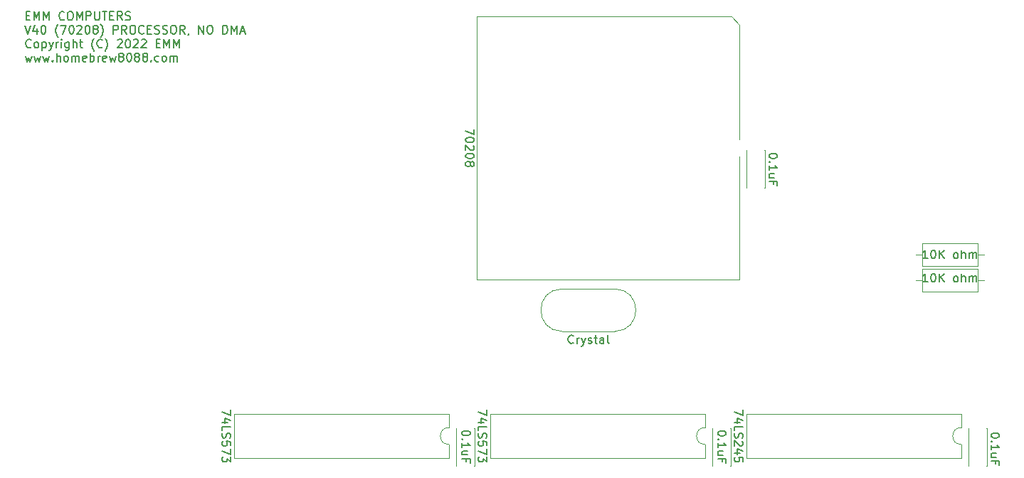
<source format=gbr>
G04 #@! TF.GenerationSoftware,KiCad,Pcbnew,(5.1.8)-1*
G04 #@! TF.CreationDate,2022-10-19T08:26:42-06:00*
G04 #@! TF.ProjectId,V40,5634302e-6b69-4636-9164-5f7063625858,rev?*
G04 #@! TF.SameCoordinates,Original*
G04 #@! TF.FileFunction,Legend,Top*
G04 #@! TF.FilePolarity,Positive*
%FSLAX46Y46*%
G04 Gerber Fmt 4.6, Leading zero omitted, Abs format (unit mm)*
G04 Created by KiCad (PCBNEW (5.1.8)-1) date 2022-10-19 08:26:42*
%MOMM*%
%LPD*%
G01*
G04 APERTURE LIST*
%ADD10C,0.150000*%
%ADD11C,0.120000*%
G04 APERTURE END LIST*
D10*
X55445975Y-60674171D02*
X55779308Y-60674171D01*
X55922165Y-61197980D02*
X55445975Y-61197980D01*
X55445975Y-60197980D01*
X55922165Y-60197980D01*
X56350737Y-61197980D02*
X56350737Y-60197980D01*
X56684070Y-60912266D01*
X57017403Y-60197980D01*
X57017403Y-61197980D01*
X57493594Y-61197980D02*
X57493594Y-60197980D01*
X57826927Y-60912266D01*
X58160260Y-60197980D01*
X58160260Y-61197980D01*
X59969784Y-61102742D02*
X59922165Y-61150361D01*
X59779308Y-61197980D01*
X59684070Y-61197980D01*
X59541213Y-61150361D01*
X59445975Y-61055123D01*
X59398356Y-60959885D01*
X59350737Y-60769409D01*
X59350737Y-60626552D01*
X59398356Y-60436076D01*
X59445975Y-60340838D01*
X59541213Y-60245600D01*
X59684070Y-60197980D01*
X59779308Y-60197980D01*
X59922165Y-60245600D01*
X59969784Y-60293219D01*
X60588832Y-60197980D02*
X60779308Y-60197980D01*
X60874546Y-60245600D01*
X60969784Y-60340838D01*
X61017403Y-60531314D01*
X61017403Y-60864647D01*
X60969784Y-61055123D01*
X60874546Y-61150361D01*
X60779308Y-61197980D01*
X60588832Y-61197980D01*
X60493594Y-61150361D01*
X60398356Y-61055123D01*
X60350737Y-60864647D01*
X60350737Y-60531314D01*
X60398356Y-60340838D01*
X60493594Y-60245600D01*
X60588832Y-60197980D01*
X61445975Y-61197980D02*
X61445975Y-60197980D01*
X61779308Y-60912266D01*
X62112641Y-60197980D01*
X62112641Y-61197980D01*
X62588832Y-61197980D02*
X62588832Y-60197980D01*
X62969784Y-60197980D01*
X63065022Y-60245600D01*
X63112641Y-60293219D01*
X63160260Y-60388457D01*
X63160260Y-60531314D01*
X63112641Y-60626552D01*
X63065022Y-60674171D01*
X62969784Y-60721790D01*
X62588832Y-60721790D01*
X63588832Y-60197980D02*
X63588832Y-61007504D01*
X63636451Y-61102742D01*
X63684070Y-61150361D01*
X63779308Y-61197980D01*
X63969784Y-61197980D01*
X64065022Y-61150361D01*
X64112641Y-61102742D01*
X64160260Y-61007504D01*
X64160260Y-60197980D01*
X64493594Y-60197980D02*
X65065022Y-60197980D01*
X64779308Y-61197980D02*
X64779308Y-60197980D01*
X65398356Y-60674171D02*
X65731689Y-60674171D01*
X65874546Y-61197980D02*
X65398356Y-61197980D01*
X65398356Y-60197980D01*
X65874546Y-60197980D01*
X66874546Y-61197980D02*
X66541213Y-60721790D01*
X66303118Y-61197980D02*
X66303118Y-60197980D01*
X66684070Y-60197980D01*
X66779308Y-60245600D01*
X66826927Y-60293219D01*
X66874546Y-60388457D01*
X66874546Y-60531314D01*
X66826927Y-60626552D01*
X66779308Y-60674171D01*
X66684070Y-60721790D01*
X66303118Y-60721790D01*
X67255499Y-61150361D02*
X67398356Y-61197980D01*
X67636451Y-61197980D01*
X67731689Y-61150361D01*
X67779308Y-61102742D01*
X67826927Y-61007504D01*
X67826927Y-60912266D01*
X67779308Y-60817028D01*
X67731689Y-60769409D01*
X67636451Y-60721790D01*
X67445975Y-60674171D01*
X67350737Y-60626552D01*
X67303118Y-60578933D01*
X67255499Y-60483695D01*
X67255499Y-60388457D01*
X67303118Y-60293219D01*
X67350737Y-60245600D01*
X67445975Y-60197980D01*
X67684070Y-60197980D01*
X67826927Y-60245600D01*
X55303118Y-61847980D02*
X55636451Y-62847980D01*
X55969784Y-61847980D01*
X56731689Y-62181314D02*
X56731689Y-62847980D01*
X56493594Y-61800361D02*
X56255499Y-62514647D01*
X56874546Y-62514647D01*
X57445975Y-61847980D02*
X57541213Y-61847980D01*
X57636451Y-61895600D01*
X57684070Y-61943219D01*
X57731689Y-62038457D01*
X57779308Y-62228933D01*
X57779308Y-62467028D01*
X57731689Y-62657504D01*
X57684070Y-62752742D01*
X57636451Y-62800361D01*
X57541213Y-62847980D01*
X57445975Y-62847980D01*
X57350737Y-62800361D01*
X57303118Y-62752742D01*
X57255499Y-62657504D01*
X57207880Y-62467028D01*
X57207880Y-62228933D01*
X57255499Y-62038457D01*
X57303118Y-61943219D01*
X57350737Y-61895600D01*
X57445975Y-61847980D01*
X59255499Y-63228933D02*
X59207880Y-63181314D01*
X59112641Y-63038457D01*
X59065022Y-62943219D01*
X59017403Y-62800361D01*
X58969784Y-62562266D01*
X58969784Y-62371790D01*
X59017403Y-62133695D01*
X59065022Y-61990838D01*
X59112641Y-61895600D01*
X59207880Y-61752742D01*
X59255499Y-61705123D01*
X59541213Y-61847980D02*
X60207880Y-61847980D01*
X59779308Y-62847980D01*
X60779308Y-61847980D02*
X60874546Y-61847980D01*
X60969784Y-61895600D01*
X61017403Y-61943219D01*
X61065022Y-62038457D01*
X61112641Y-62228933D01*
X61112641Y-62467028D01*
X61065022Y-62657504D01*
X61017403Y-62752742D01*
X60969784Y-62800361D01*
X60874546Y-62847980D01*
X60779308Y-62847980D01*
X60684070Y-62800361D01*
X60636451Y-62752742D01*
X60588832Y-62657504D01*
X60541213Y-62467028D01*
X60541213Y-62228933D01*
X60588832Y-62038457D01*
X60636451Y-61943219D01*
X60684070Y-61895600D01*
X60779308Y-61847980D01*
X61493594Y-61943219D02*
X61541213Y-61895600D01*
X61636451Y-61847980D01*
X61874546Y-61847980D01*
X61969784Y-61895600D01*
X62017403Y-61943219D01*
X62065022Y-62038457D01*
X62065022Y-62133695D01*
X62017403Y-62276552D01*
X61445975Y-62847980D01*
X62065022Y-62847980D01*
X62684070Y-61847980D02*
X62779308Y-61847980D01*
X62874546Y-61895600D01*
X62922165Y-61943219D01*
X62969784Y-62038457D01*
X63017403Y-62228933D01*
X63017403Y-62467028D01*
X62969784Y-62657504D01*
X62922165Y-62752742D01*
X62874546Y-62800361D01*
X62779308Y-62847980D01*
X62684070Y-62847980D01*
X62588832Y-62800361D01*
X62541213Y-62752742D01*
X62493594Y-62657504D01*
X62445975Y-62467028D01*
X62445975Y-62228933D01*
X62493594Y-62038457D01*
X62541213Y-61943219D01*
X62588832Y-61895600D01*
X62684070Y-61847980D01*
X63588832Y-62276552D02*
X63493594Y-62228933D01*
X63445975Y-62181314D01*
X63398356Y-62086076D01*
X63398356Y-62038457D01*
X63445975Y-61943219D01*
X63493594Y-61895600D01*
X63588832Y-61847980D01*
X63779308Y-61847980D01*
X63874546Y-61895600D01*
X63922165Y-61943219D01*
X63969784Y-62038457D01*
X63969784Y-62086076D01*
X63922165Y-62181314D01*
X63874546Y-62228933D01*
X63779308Y-62276552D01*
X63588832Y-62276552D01*
X63493594Y-62324171D01*
X63445975Y-62371790D01*
X63398356Y-62467028D01*
X63398356Y-62657504D01*
X63445975Y-62752742D01*
X63493594Y-62800361D01*
X63588832Y-62847980D01*
X63779308Y-62847980D01*
X63874546Y-62800361D01*
X63922165Y-62752742D01*
X63969784Y-62657504D01*
X63969784Y-62467028D01*
X63922165Y-62371790D01*
X63874546Y-62324171D01*
X63779308Y-62276552D01*
X64303118Y-63228933D02*
X64350737Y-63181314D01*
X64445975Y-63038457D01*
X64493594Y-62943219D01*
X64541213Y-62800361D01*
X64588832Y-62562266D01*
X64588832Y-62371790D01*
X64541213Y-62133695D01*
X64493594Y-61990838D01*
X64445975Y-61895600D01*
X64350737Y-61752742D01*
X64303118Y-61705123D01*
X65826927Y-62847980D02*
X65826927Y-61847980D01*
X66207880Y-61847980D01*
X66303118Y-61895600D01*
X66350737Y-61943219D01*
X66398356Y-62038457D01*
X66398356Y-62181314D01*
X66350737Y-62276552D01*
X66303118Y-62324171D01*
X66207880Y-62371790D01*
X65826927Y-62371790D01*
X67398356Y-62847980D02*
X67065022Y-62371790D01*
X66826927Y-62847980D02*
X66826927Y-61847980D01*
X67207880Y-61847980D01*
X67303118Y-61895600D01*
X67350737Y-61943219D01*
X67398356Y-62038457D01*
X67398356Y-62181314D01*
X67350737Y-62276552D01*
X67303118Y-62324171D01*
X67207880Y-62371790D01*
X66826927Y-62371790D01*
X68017403Y-61847980D02*
X68207880Y-61847980D01*
X68303118Y-61895600D01*
X68398356Y-61990838D01*
X68445975Y-62181314D01*
X68445975Y-62514647D01*
X68398356Y-62705123D01*
X68303118Y-62800361D01*
X68207880Y-62847980D01*
X68017403Y-62847980D01*
X67922165Y-62800361D01*
X67826927Y-62705123D01*
X67779308Y-62514647D01*
X67779308Y-62181314D01*
X67826927Y-61990838D01*
X67922165Y-61895600D01*
X68017403Y-61847980D01*
X69445975Y-62752742D02*
X69398356Y-62800361D01*
X69255499Y-62847980D01*
X69160260Y-62847980D01*
X69017403Y-62800361D01*
X68922165Y-62705123D01*
X68874546Y-62609885D01*
X68826927Y-62419409D01*
X68826927Y-62276552D01*
X68874546Y-62086076D01*
X68922165Y-61990838D01*
X69017403Y-61895600D01*
X69160260Y-61847980D01*
X69255499Y-61847980D01*
X69398356Y-61895600D01*
X69445975Y-61943219D01*
X69874546Y-62324171D02*
X70207880Y-62324171D01*
X70350737Y-62847980D02*
X69874546Y-62847980D01*
X69874546Y-61847980D01*
X70350737Y-61847980D01*
X70731689Y-62800361D02*
X70874546Y-62847980D01*
X71112641Y-62847980D01*
X71207880Y-62800361D01*
X71255499Y-62752742D01*
X71303118Y-62657504D01*
X71303118Y-62562266D01*
X71255499Y-62467028D01*
X71207880Y-62419409D01*
X71112641Y-62371790D01*
X70922165Y-62324171D01*
X70826927Y-62276552D01*
X70779308Y-62228933D01*
X70731689Y-62133695D01*
X70731689Y-62038457D01*
X70779308Y-61943219D01*
X70826927Y-61895600D01*
X70922165Y-61847980D01*
X71160260Y-61847980D01*
X71303118Y-61895600D01*
X71684070Y-62800361D02*
X71826927Y-62847980D01*
X72065022Y-62847980D01*
X72160260Y-62800361D01*
X72207880Y-62752742D01*
X72255499Y-62657504D01*
X72255499Y-62562266D01*
X72207880Y-62467028D01*
X72160260Y-62419409D01*
X72065022Y-62371790D01*
X71874546Y-62324171D01*
X71779308Y-62276552D01*
X71731689Y-62228933D01*
X71684070Y-62133695D01*
X71684070Y-62038457D01*
X71731689Y-61943219D01*
X71779308Y-61895600D01*
X71874546Y-61847980D01*
X72112641Y-61847980D01*
X72255499Y-61895600D01*
X72874546Y-61847980D02*
X73065022Y-61847980D01*
X73160260Y-61895600D01*
X73255499Y-61990838D01*
X73303118Y-62181314D01*
X73303118Y-62514647D01*
X73255499Y-62705123D01*
X73160260Y-62800361D01*
X73065022Y-62847980D01*
X72874546Y-62847980D01*
X72779308Y-62800361D01*
X72684070Y-62705123D01*
X72636451Y-62514647D01*
X72636451Y-62181314D01*
X72684070Y-61990838D01*
X72779308Y-61895600D01*
X72874546Y-61847980D01*
X74303118Y-62847980D02*
X73969784Y-62371790D01*
X73731689Y-62847980D02*
X73731689Y-61847980D01*
X74112641Y-61847980D01*
X74207880Y-61895600D01*
X74255499Y-61943219D01*
X74303118Y-62038457D01*
X74303118Y-62181314D01*
X74255499Y-62276552D01*
X74207880Y-62324171D01*
X74112641Y-62371790D01*
X73731689Y-62371790D01*
X74779308Y-62800361D02*
X74779308Y-62847980D01*
X74731689Y-62943219D01*
X74684070Y-62990838D01*
X75969784Y-62847980D02*
X75969784Y-61847980D01*
X76541213Y-62847980D01*
X76541213Y-61847980D01*
X77207880Y-61847980D02*
X77398356Y-61847980D01*
X77493594Y-61895600D01*
X77588832Y-61990838D01*
X77636451Y-62181314D01*
X77636451Y-62514647D01*
X77588832Y-62705123D01*
X77493594Y-62800361D01*
X77398356Y-62847980D01*
X77207880Y-62847980D01*
X77112641Y-62800361D01*
X77017403Y-62705123D01*
X76969784Y-62514647D01*
X76969784Y-62181314D01*
X77017403Y-61990838D01*
X77112641Y-61895600D01*
X77207880Y-61847980D01*
X78826927Y-62847980D02*
X78826927Y-61847980D01*
X79065022Y-61847980D01*
X79207880Y-61895600D01*
X79303118Y-61990838D01*
X79350737Y-62086076D01*
X79398356Y-62276552D01*
X79398356Y-62419409D01*
X79350737Y-62609885D01*
X79303118Y-62705123D01*
X79207880Y-62800361D01*
X79065022Y-62847980D01*
X78826927Y-62847980D01*
X79826927Y-62847980D02*
X79826927Y-61847980D01*
X80160260Y-62562266D01*
X80493594Y-61847980D01*
X80493594Y-62847980D01*
X80922165Y-62562266D02*
X81398356Y-62562266D01*
X80826927Y-62847980D02*
X81160260Y-61847980D01*
X81493594Y-62847980D01*
X56017403Y-64402742D02*
X55969784Y-64450361D01*
X55826927Y-64497980D01*
X55731689Y-64497980D01*
X55588832Y-64450361D01*
X55493594Y-64355123D01*
X55445975Y-64259885D01*
X55398356Y-64069409D01*
X55398356Y-63926552D01*
X55445975Y-63736076D01*
X55493594Y-63640838D01*
X55588832Y-63545600D01*
X55731689Y-63497980D01*
X55826927Y-63497980D01*
X55969784Y-63545600D01*
X56017403Y-63593219D01*
X56588832Y-64497980D02*
X56493594Y-64450361D01*
X56445975Y-64402742D01*
X56398356Y-64307504D01*
X56398356Y-64021790D01*
X56445975Y-63926552D01*
X56493594Y-63878933D01*
X56588832Y-63831314D01*
X56731689Y-63831314D01*
X56826927Y-63878933D01*
X56874546Y-63926552D01*
X56922165Y-64021790D01*
X56922165Y-64307504D01*
X56874546Y-64402742D01*
X56826927Y-64450361D01*
X56731689Y-64497980D01*
X56588832Y-64497980D01*
X57350737Y-63831314D02*
X57350737Y-64831314D01*
X57350737Y-63878933D02*
X57445975Y-63831314D01*
X57636451Y-63831314D01*
X57731689Y-63878933D01*
X57779308Y-63926552D01*
X57826927Y-64021790D01*
X57826927Y-64307504D01*
X57779308Y-64402742D01*
X57731689Y-64450361D01*
X57636451Y-64497980D01*
X57445975Y-64497980D01*
X57350737Y-64450361D01*
X58160260Y-63831314D02*
X58398356Y-64497980D01*
X58636451Y-63831314D02*
X58398356Y-64497980D01*
X58303118Y-64736076D01*
X58255499Y-64783695D01*
X58160260Y-64831314D01*
X59017403Y-64497980D02*
X59017403Y-63831314D01*
X59017403Y-64021790D02*
X59065022Y-63926552D01*
X59112641Y-63878933D01*
X59207880Y-63831314D01*
X59303118Y-63831314D01*
X59636451Y-64497980D02*
X59636451Y-63831314D01*
X59636451Y-63497980D02*
X59588832Y-63545600D01*
X59636451Y-63593219D01*
X59684070Y-63545600D01*
X59636451Y-63497980D01*
X59636451Y-63593219D01*
X60541213Y-63831314D02*
X60541213Y-64640838D01*
X60493594Y-64736076D01*
X60445975Y-64783695D01*
X60350737Y-64831314D01*
X60207880Y-64831314D01*
X60112641Y-64783695D01*
X60541213Y-64450361D02*
X60445975Y-64497980D01*
X60255499Y-64497980D01*
X60160260Y-64450361D01*
X60112641Y-64402742D01*
X60065022Y-64307504D01*
X60065022Y-64021790D01*
X60112641Y-63926552D01*
X60160260Y-63878933D01*
X60255499Y-63831314D01*
X60445975Y-63831314D01*
X60541213Y-63878933D01*
X61017403Y-64497980D02*
X61017403Y-63497980D01*
X61445975Y-64497980D02*
X61445975Y-63974171D01*
X61398356Y-63878933D01*
X61303118Y-63831314D01*
X61160260Y-63831314D01*
X61065022Y-63878933D01*
X61017403Y-63926552D01*
X61779308Y-63831314D02*
X62160260Y-63831314D01*
X61922165Y-63497980D02*
X61922165Y-64355123D01*
X61969784Y-64450361D01*
X62065022Y-64497980D01*
X62160260Y-64497980D01*
X63541213Y-64878933D02*
X63493594Y-64831314D01*
X63398356Y-64688457D01*
X63350737Y-64593219D01*
X63303118Y-64450361D01*
X63255499Y-64212266D01*
X63255499Y-64021790D01*
X63303118Y-63783695D01*
X63350737Y-63640838D01*
X63398356Y-63545600D01*
X63493594Y-63402742D01*
X63541213Y-63355123D01*
X64493594Y-64402742D02*
X64445975Y-64450361D01*
X64303118Y-64497980D01*
X64207880Y-64497980D01*
X64065022Y-64450361D01*
X63969784Y-64355123D01*
X63922165Y-64259885D01*
X63874546Y-64069409D01*
X63874546Y-63926552D01*
X63922165Y-63736076D01*
X63969784Y-63640838D01*
X64065022Y-63545600D01*
X64207880Y-63497980D01*
X64303118Y-63497980D01*
X64445975Y-63545600D01*
X64493594Y-63593219D01*
X64826927Y-64878933D02*
X64874546Y-64831314D01*
X64969784Y-64688457D01*
X65017403Y-64593219D01*
X65065022Y-64450361D01*
X65112641Y-64212266D01*
X65112641Y-64021790D01*
X65065022Y-63783695D01*
X65017403Y-63640838D01*
X64969784Y-63545600D01*
X64874546Y-63402742D01*
X64826927Y-63355123D01*
X66303118Y-63593219D02*
X66350737Y-63545600D01*
X66445975Y-63497980D01*
X66684070Y-63497980D01*
X66779308Y-63545600D01*
X66826927Y-63593219D01*
X66874546Y-63688457D01*
X66874546Y-63783695D01*
X66826927Y-63926552D01*
X66255499Y-64497980D01*
X66874546Y-64497980D01*
X67493594Y-63497980D02*
X67588832Y-63497980D01*
X67684070Y-63545600D01*
X67731689Y-63593219D01*
X67779308Y-63688457D01*
X67826927Y-63878933D01*
X67826927Y-64117028D01*
X67779308Y-64307504D01*
X67731689Y-64402742D01*
X67684070Y-64450361D01*
X67588832Y-64497980D01*
X67493594Y-64497980D01*
X67398356Y-64450361D01*
X67350737Y-64402742D01*
X67303118Y-64307504D01*
X67255499Y-64117028D01*
X67255499Y-63878933D01*
X67303118Y-63688457D01*
X67350737Y-63593219D01*
X67398356Y-63545600D01*
X67493594Y-63497980D01*
X68207880Y-63593219D02*
X68255499Y-63545600D01*
X68350737Y-63497980D01*
X68588832Y-63497980D01*
X68684070Y-63545600D01*
X68731689Y-63593219D01*
X68779308Y-63688457D01*
X68779308Y-63783695D01*
X68731689Y-63926552D01*
X68160260Y-64497980D01*
X68779308Y-64497980D01*
X69160260Y-63593219D02*
X69207880Y-63545600D01*
X69303118Y-63497980D01*
X69541213Y-63497980D01*
X69636451Y-63545600D01*
X69684070Y-63593219D01*
X69731689Y-63688457D01*
X69731689Y-63783695D01*
X69684070Y-63926552D01*
X69112641Y-64497980D01*
X69731689Y-64497980D01*
X70922165Y-63974171D02*
X71255499Y-63974171D01*
X71398356Y-64497980D02*
X70922165Y-64497980D01*
X70922165Y-63497980D01*
X71398356Y-63497980D01*
X71826927Y-64497980D02*
X71826927Y-63497980D01*
X72160260Y-64212266D01*
X72493594Y-63497980D01*
X72493594Y-64497980D01*
X72969784Y-64497980D02*
X72969784Y-63497980D01*
X73303118Y-64212266D01*
X73636451Y-63497980D01*
X73636451Y-64497980D01*
X55350737Y-65481314D02*
X55541213Y-66147980D01*
X55731689Y-65671790D01*
X55922165Y-66147980D01*
X56112641Y-65481314D01*
X56398356Y-65481314D02*
X56588832Y-66147980D01*
X56779308Y-65671790D01*
X56969784Y-66147980D01*
X57160260Y-65481314D01*
X57445975Y-65481314D02*
X57636451Y-66147980D01*
X57826927Y-65671790D01*
X58017403Y-66147980D01*
X58207880Y-65481314D01*
X58588832Y-66052742D02*
X58636451Y-66100361D01*
X58588832Y-66147980D01*
X58541213Y-66100361D01*
X58588832Y-66052742D01*
X58588832Y-66147980D01*
X59065022Y-66147980D02*
X59065022Y-65147980D01*
X59493594Y-66147980D02*
X59493594Y-65624171D01*
X59445975Y-65528933D01*
X59350737Y-65481314D01*
X59207880Y-65481314D01*
X59112641Y-65528933D01*
X59065022Y-65576552D01*
X60112641Y-66147980D02*
X60017403Y-66100361D01*
X59969784Y-66052742D01*
X59922165Y-65957504D01*
X59922165Y-65671790D01*
X59969784Y-65576552D01*
X60017403Y-65528933D01*
X60112641Y-65481314D01*
X60255499Y-65481314D01*
X60350737Y-65528933D01*
X60398356Y-65576552D01*
X60445975Y-65671790D01*
X60445975Y-65957504D01*
X60398356Y-66052742D01*
X60350737Y-66100361D01*
X60255499Y-66147980D01*
X60112641Y-66147980D01*
X60874546Y-66147980D02*
X60874546Y-65481314D01*
X60874546Y-65576552D02*
X60922165Y-65528933D01*
X61017403Y-65481314D01*
X61160260Y-65481314D01*
X61255499Y-65528933D01*
X61303118Y-65624171D01*
X61303118Y-66147980D01*
X61303118Y-65624171D02*
X61350737Y-65528933D01*
X61445975Y-65481314D01*
X61588832Y-65481314D01*
X61684070Y-65528933D01*
X61731689Y-65624171D01*
X61731689Y-66147980D01*
X62588832Y-66100361D02*
X62493594Y-66147980D01*
X62303118Y-66147980D01*
X62207880Y-66100361D01*
X62160260Y-66005123D01*
X62160260Y-65624171D01*
X62207880Y-65528933D01*
X62303118Y-65481314D01*
X62493594Y-65481314D01*
X62588832Y-65528933D01*
X62636451Y-65624171D01*
X62636451Y-65719409D01*
X62160260Y-65814647D01*
X63065022Y-66147980D02*
X63065022Y-65147980D01*
X63065022Y-65528933D02*
X63160260Y-65481314D01*
X63350737Y-65481314D01*
X63445975Y-65528933D01*
X63493594Y-65576552D01*
X63541213Y-65671790D01*
X63541213Y-65957504D01*
X63493594Y-66052742D01*
X63445975Y-66100361D01*
X63350737Y-66147980D01*
X63160260Y-66147980D01*
X63065022Y-66100361D01*
X63969784Y-66147980D02*
X63969784Y-65481314D01*
X63969784Y-65671790D02*
X64017403Y-65576552D01*
X64065022Y-65528933D01*
X64160260Y-65481314D01*
X64255499Y-65481314D01*
X64969784Y-66100361D02*
X64874546Y-66147980D01*
X64684070Y-66147980D01*
X64588832Y-66100361D01*
X64541213Y-66005123D01*
X64541213Y-65624171D01*
X64588832Y-65528933D01*
X64684070Y-65481314D01*
X64874546Y-65481314D01*
X64969784Y-65528933D01*
X65017403Y-65624171D01*
X65017403Y-65719409D01*
X64541213Y-65814647D01*
X65350737Y-65481314D02*
X65541213Y-66147980D01*
X65731689Y-65671790D01*
X65922165Y-66147980D01*
X66112641Y-65481314D01*
X66636451Y-65576552D02*
X66541213Y-65528933D01*
X66493594Y-65481314D01*
X66445975Y-65386076D01*
X66445975Y-65338457D01*
X66493594Y-65243219D01*
X66541213Y-65195600D01*
X66636451Y-65147980D01*
X66826927Y-65147980D01*
X66922165Y-65195600D01*
X66969784Y-65243219D01*
X67017403Y-65338457D01*
X67017403Y-65386076D01*
X66969784Y-65481314D01*
X66922165Y-65528933D01*
X66826927Y-65576552D01*
X66636451Y-65576552D01*
X66541213Y-65624171D01*
X66493594Y-65671790D01*
X66445975Y-65767028D01*
X66445975Y-65957504D01*
X66493594Y-66052742D01*
X66541213Y-66100361D01*
X66636451Y-66147980D01*
X66826927Y-66147980D01*
X66922165Y-66100361D01*
X66969784Y-66052742D01*
X67017403Y-65957504D01*
X67017403Y-65767028D01*
X66969784Y-65671790D01*
X66922165Y-65624171D01*
X66826927Y-65576552D01*
X67636451Y-65147980D02*
X67731689Y-65147980D01*
X67826927Y-65195600D01*
X67874546Y-65243219D01*
X67922165Y-65338457D01*
X67969784Y-65528933D01*
X67969784Y-65767028D01*
X67922165Y-65957504D01*
X67874546Y-66052742D01*
X67826927Y-66100361D01*
X67731689Y-66147980D01*
X67636451Y-66147980D01*
X67541213Y-66100361D01*
X67493594Y-66052742D01*
X67445975Y-65957504D01*
X67398356Y-65767028D01*
X67398356Y-65528933D01*
X67445975Y-65338457D01*
X67493594Y-65243219D01*
X67541213Y-65195600D01*
X67636451Y-65147980D01*
X68541213Y-65576552D02*
X68445975Y-65528933D01*
X68398356Y-65481314D01*
X68350737Y-65386076D01*
X68350737Y-65338457D01*
X68398356Y-65243219D01*
X68445975Y-65195600D01*
X68541213Y-65147980D01*
X68731689Y-65147980D01*
X68826927Y-65195600D01*
X68874546Y-65243219D01*
X68922165Y-65338457D01*
X68922165Y-65386076D01*
X68874546Y-65481314D01*
X68826927Y-65528933D01*
X68731689Y-65576552D01*
X68541213Y-65576552D01*
X68445975Y-65624171D01*
X68398356Y-65671790D01*
X68350737Y-65767028D01*
X68350737Y-65957504D01*
X68398356Y-66052742D01*
X68445975Y-66100361D01*
X68541213Y-66147980D01*
X68731689Y-66147980D01*
X68826927Y-66100361D01*
X68874546Y-66052742D01*
X68922165Y-65957504D01*
X68922165Y-65767028D01*
X68874546Y-65671790D01*
X68826927Y-65624171D01*
X68731689Y-65576552D01*
X69493594Y-65576552D02*
X69398356Y-65528933D01*
X69350737Y-65481314D01*
X69303118Y-65386076D01*
X69303118Y-65338457D01*
X69350737Y-65243219D01*
X69398356Y-65195600D01*
X69493594Y-65147980D01*
X69684070Y-65147980D01*
X69779308Y-65195600D01*
X69826927Y-65243219D01*
X69874546Y-65338457D01*
X69874546Y-65386076D01*
X69826927Y-65481314D01*
X69779308Y-65528933D01*
X69684070Y-65576552D01*
X69493594Y-65576552D01*
X69398356Y-65624171D01*
X69350737Y-65671790D01*
X69303118Y-65767028D01*
X69303118Y-65957504D01*
X69350737Y-66052742D01*
X69398356Y-66100361D01*
X69493594Y-66147980D01*
X69684070Y-66147980D01*
X69779308Y-66100361D01*
X69826927Y-66052742D01*
X69874546Y-65957504D01*
X69874546Y-65767028D01*
X69826927Y-65671790D01*
X69779308Y-65624171D01*
X69684070Y-65576552D01*
X70303118Y-66052742D02*
X70350737Y-66100361D01*
X70303118Y-66147980D01*
X70255499Y-66100361D01*
X70303118Y-66052742D01*
X70303118Y-66147980D01*
X71207880Y-66100361D02*
X71112641Y-66147980D01*
X70922165Y-66147980D01*
X70826927Y-66100361D01*
X70779308Y-66052742D01*
X70731689Y-65957504D01*
X70731689Y-65671790D01*
X70779308Y-65576552D01*
X70826927Y-65528933D01*
X70922165Y-65481314D01*
X71112641Y-65481314D01*
X71207880Y-65528933D01*
X71779308Y-66147980D02*
X71684070Y-66100361D01*
X71636451Y-66052742D01*
X71588832Y-65957504D01*
X71588832Y-65671790D01*
X71636451Y-65576552D01*
X71684070Y-65528933D01*
X71779308Y-65481314D01*
X71922165Y-65481314D01*
X72017403Y-65528933D01*
X72065022Y-65576552D01*
X72112641Y-65671790D01*
X72112641Y-65957504D01*
X72065022Y-66052742D01*
X72017403Y-66100361D01*
X71922165Y-66147980D01*
X71779308Y-66147980D01*
X72541213Y-66147980D02*
X72541213Y-65481314D01*
X72541213Y-65576552D02*
X72588832Y-65528933D01*
X72684070Y-65481314D01*
X72826927Y-65481314D01*
X72922165Y-65528933D01*
X72969784Y-65624171D01*
X72969784Y-66147980D01*
X72969784Y-65624171D02*
X73017403Y-65528933D01*
X73112641Y-65481314D01*
X73255499Y-65481314D01*
X73350737Y-65528933D01*
X73398356Y-65624171D01*
X73398356Y-66147980D01*
D11*
G04 #@! TO.C,R1*
X162076380Y-90806600D02*
X162076380Y-93546600D01*
X162076380Y-93546600D02*
X168616380Y-93546600D01*
X168616380Y-93546600D02*
X168616380Y-90806600D01*
X168616380Y-90806600D02*
X162076380Y-90806600D01*
X161306380Y-92176600D02*
X162076380Y-92176600D01*
X169386380Y-92176600D02*
X168616380Y-92176600D01*
G04 #@! TO.C,Y1*
X119205380Y-93207600D02*
X125455380Y-93207600D01*
X119205380Y-98257600D02*
X125455380Y-98257600D01*
X125455380Y-98257600D02*
G75*
G03*
X125455380Y-93207600I0J2525000D01*
G01*
X119205380Y-98257600D02*
G75*
G02*
X119205380Y-93207600I0J2525000D01*
G01*
G04 #@! TO.C,R2*
X162076380Y-87758600D02*
X162076380Y-90498600D01*
X162076380Y-90498600D02*
X168616380Y-90498600D01*
X168616380Y-90498600D02*
X168616380Y-87758600D01*
X168616380Y-87758600D02*
X162076380Y-87758600D01*
X161306380Y-89128600D02*
X162076380Y-89128600D01*
X169386380Y-89128600D02*
X168616380Y-89128600D01*
G04 #@! TO.C,U4*
X166676380Y-109718600D02*
X166676380Y-108068600D01*
X166676380Y-108068600D02*
X141156380Y-108068600D01*
X141156380Y-108068600D02*
X141156380Y-113368600D01*
X141156380Y-113368600D02*
X166676380Y-113368600D01*
X166676380Y-113368600D02*
X166676380Y-111718600D01*
X166676380Y-111718600D02*
G75*
G02*
X166676380Y-109718600I0J1000000D01*
G01*
G04 #@! TO.C,U3*
X136196380Y-109718600D02*
X136196380Y-108068600D01*
X136196380Y-108068600D02*
X110676380Y-108068600D01*
X110676380Y-108068600D02*
X110676380Y-113368600D01*
X110676380Y-113368600D02*
X136196380Y-113368600D01*
X136196380Y-113368600D02*
X136196380Y-111718600D01*
X136196380Y-111718600D02*
G75*
G02*
X136196380Y-109718600I0J1000000D01*
G01*
G04 #@! TO.C,U2*
X105716380Y-109718600D02*
X105716380Y-108068600D01*
X105716380Y-108068600D02*
X80196380Y-108068600D01*
X80196380Y-108068600D02*
X80196380Y-113368600D01*
X80196380Y-113368600D02*
X105716380Y-113368600D01*
X105716380Y-113368600D02*
X105716380Y-111718600D01*
X105716380Y-111718600D02*
G75*
G02*
X105716380Y-109718600I0J1000000D01*
G01*
G04 #@! TO.C,U1*
X140331380Y-75428600D02*
X140331380Y-61803600D01*
X140331380Y-61803600D02*
X139331380Y-60803600D01*
X139331380Y-60803600D02*
X109081380Y-60803600D01*
X109081380Y-60803600D02*
X109081380Y-92053600D01*
X109081380Y-92053600D02*
X140331380Y-92053600D01*
X140331380Y-92053600D02*
X140331380Y-77428600D01*
G04 #@! TO.C,C4*
X169718380Y-109758600D02*
X169718380Y-114298600D01*
X167578380Y-109758600D02*
X167578380Y-114298600D01*
X169718380Y-109758600D02*
X169703380Y-109758600D01*
X167593380Y-109758600D02*
X167578380Y-109758600D01*
X169718380Y-114298600D02*
X169703380Y-114298600D01*
X167593380Y-114298600D02*
X167578380Y-114298600D01*
G04 #@! TO.C,C3*
X139238380Y-109758600D02*
X139238380Y-114298600D01*
X137098380Y-109758600D02*
X137098380Y-114298600D01*
X139238380Y-109758600D02*
X139223380Y-109758600D01*
X137113380Y-109758600D02*
X137098380Y-109758600D01*
X139238380Y-114298600D02*
X139223380Y-114298600D01*
X137113380Y-114298600D02*
X137098380Y-114298600D01*
G04 #@! TO.C,C2*
X108758380Y-109758600D02*
X108758380Y-114298600D01*
X106618380Y-109758600D02*
X106618380Y-114298600D01*
X108758380Y-109758600D02*
X108743380Y-109758600D01*
X106633380Y-109758600D02*
X106618380Y-109758600D01*
X108758380Y-114298600D02*
X108743380Y-114298600D01*
X106633380Y-114298600D02*
X106618380Y-114298600D01*
G04 #@! TO.C,C1*
X141162380Y-81198600D02*
X141162380Y-76658600D01*
X143302380Y-81198600D02*
X143302380Y-76658600D01*
X141162380Y-81198600D02*
X141177380Y-81198600D01*
X143287380Y-81198600D02*
X143302380Y-81198600D01*
X141162380Y-76658600D02*
X141177380Y-76658600D01*
X143287380Y-76658600D02*
X143302380Y-76658600D01*
G04 #@! TO.C,R1*
D10*
X162703522Y-92374980D02*
X162132094Y-92374980D01*
X162417808Y-92374980D02*
X162417808Y-91374980D01*
X162322570Y-91517838D01*
X162227332Y-91613076D01*
X162132094Y-91660695D01*
X163322570Y-91374980D02*
X163417808Y-91374980D01*
X163513046Y-91422600D01*
X163560665Y-91470219D01*
X163608284Y-91565457D01*
X163655903Y-91755933D01*
X163655903Y-91994028D01*
X163608284Y-92184504D01*
X163560665Y-92279742D01*
X163513046Y-92327361D01*
X163417808Y-92374980D01*
X163322570Y-92374980D01*
X163227332Y-92327361D01*
X163179713Y-92279742D01*
X163132094Y-92184504D01*
X163084475Y-91994028D01*
X163084475Y-91755933D01*
X163132094Y-91565457D01*
X163179713Y-91470219D01*
X163227332Y-91422600D01*
X163322570Y-91374980D01*
X164084475Y-92374980D02*
X164084475Y-91374980D01*
X164655903Y-92374980D02*
X164227332Y-91803552D01*
X164655903Y-91374980D02*
X164084475Y-91946409D01*
X165989237Y-92374980D02*
X165893999Y-92327361D01*
X165846380Y-92279742D01*
X165798760Y-92184504D01*
X165798760Y-91898790D01*
X165846380Y-91803552D01*
X165893999Y-91755933D01*
X165989237Y-91708314D01*
X166132094Y-91708314D01*
X166227332Y-91755933D01*
X166274951Y-91803552D01*
X166322570Y-91898790D01*
X166322570Y-92184504D01*
X166274951Y-92279742D01*
X166227332Y-92327361D01*
X166132094Y-92374980D01*
X165989237Y-92374980D01*
X166751141Y-92374980D02*
X166751141Y-91374980D01*
X167179713Y-92374980D02*
X167179713Y-91851171D01*
X167132094Y-91755933D01*
X167036856Y-91708314D01*
X166893999Y-91708314D01*
X166798760Y-91755933D01*
X166751141Y-91803552D01*
X167655903Y-92374980D02*
X167655903Y-91708314D01*
X167655903Y-91803552D02*
X167703522Y-91755933D01*
X167798760Y-91708314D01*
X167941618Y-91708314D01*
X168036856Y-91755933D01*
X168084475Y-91851171D01*
X168084475Y-92374980D01*
X168084475Y-91851171D02*
X168132094Y-91755933D01*
X168227332Y-91708314D01*
X168370189Y-91708314D01*
X168465427Y-91755933D01*
X168513046Y-91851171D01*
X168513046Y-92374980D01*
G04 #@! TO.C,Y1*
X120544665Y-99614742D02*
X120497046Y-99662361D01*
X120354189Y-99709980D01*
X120258951Y-99709980D01*
X120116094Y-99662361D01*
X120020856Y-99567123D01*
X119973237Y-99471885D01*
X119925618Y-99281409D01*
X119925618Y-99138552D01*
X119973237Y-98948076D01*
X120020856Y-98852838D01*
X120116094Y-98757600D01*
X120258951Y-98709980D01*
X120354189Y-98709980D01*
X120497046Y-98757600D01*
X120544665Y-98805219D01*
X120973237Y-99709980D02*
X120973237Y-99043314D01*
X120973237Y-99233790D02*
X121020856Y-99138552D01*
X121068475Y-99090933D01*
X121163713Y-99043314D01*
X121258951Y-99043314D01*
X121497046Y-99043314D02*
X121735141Y-99709980D01*
X121973237Y-99043314D02*
X121735141Y-99709980D01*
X121639903Y-99948076D01*
X121592284Y-99995695D01*
X121497046Y-100043314D01*
X122306570Y-99662361D02*
X122401808Y-99709980D01*
X122592284Y-99709980D01*
X122687522Y-99662361D01*
X122735141Y-99567123D01*
X122735141Y-99519504D01*
X122687522Y-99424266D01*
X122592284Y-99376647D01*
X122449427Y-99376647D01*
X122354189Y-99329028D01*
X122306570Y-99233790D01*
X122306570Y-99186171D01*
X122354189Y-99090933D01*
X122449427Y-99043314D01*
X122592284Y-99043314D01*
X122687522Y-99090933D01*
X123020856Y-99043314D02*
X123401808Y-99043314D01*
X123163713Y-98709980D02*
X123163713Y-99567123D01*
X123211332Y-99662361D01*
X123306570Y-99709980D01*
X123401808Y-99709980D01*
X124163713Y-99709980D02*
X124163713Y-99186171D01*
X124116094Y-99090933D01*
X124020856Y-99043314D01*
X123830380Y-99043314D01*
X123735141Y-99090933D01*
X124163713Y-99662361D02*
X124068475Y-99709980D01*
X123830380Y-99709980D01*
X123735141Y-99662361D01*
X123687522Y-99567123D01*
X123687522Y-99471885D01*
X123735141Y-99376647D01*
X123830380Y-99329028D01*
X124068475Y-99329028D01*
X124163713Y-99281409D01*
X124782760Y-99709980D02*
X124687522Y-99662361D01*
X124639903Y-99567123D01*
X124639903Y-98709980D01*
G04 #@! TO.C,R2*
X162703522Y-89580980D02*
X162132094Y-89580980D01*
X162417808Y-89580980D02*
X162417808Y-88580980D01*
X162322570Y-88723838D01*
X162227332Y-88819076D01*
X162132094Y-88866695D01*
X163322570Y-88580980D02*
X163417808Y-88580980D01*
X163513046Y-88628600D01*
X163560665Y-88676219D01*
X163608284Y-88771457D01*
X163655903Y-88961933D01*
X163655903Y-89200028D01*
X163608284Y-89390504D01*
X163560665Y-89485742D01*
X163513046Y-89533361D01*
X163417808Y-89580980D01*
X163322570Y-89580980D01*
X163227332Y-89533361D01*
X163179713Y-89485742D01*
X163132094Y-89390504D01*
X163084475Y-89200028D01*
X163084475Y-88961933D01*
X163132094Y-88771457D01*
X163179713Y-88676219D01*
X163227332Y-88628600D01*
X163322570Y-88580980D01*
X164084475Y-89580980D02*
X164084475Y-88580980D01*
X164655903Y-89580980D02*
X164227332Y-89009552D01*
X164655903Y-88580980D02*
X164084475Y-89152409D01*
X165989237Y-89580980D02*
X165893999Y-89533361D01*
X165846380Y-89485742D01*
X165798760Y-89390504D01*
X165798760Y-89104790D01*
X165846380Y-89009552D01*
X165893999Y-88961933D01*
X165989237Y-88914314D01*
X166132094Y-88914314D01*
X166227332Y-88961933D01*
X166274951Y-89009552D01*
X166322570Y-89104790D01*
X166322570Y-89390504D01*
X166274951Y-89485742D01*
X166227332Y-89533361D01*
X166132094Y-89580980D01*
X165989237Y-89580980D01*
X166751141Y-89580980D02*
X166751141Y-88580980D01*
X167179713Y-89580980D02*
X167179713Y-89057171D01*
X167132094Y-88961933D01*
X167036856Y-88914314D01*
X166893999Y-88914314D01*
X166798760Y-88961933D01*
X166751141Y-89009552D01*
X167655903Y-89580980D02*
X167655903Y-88914314D01*
X167655903Y-89009552D02*
X167703522Y-88961933D01*
X167798760Y-88914314D01*
X167941618Y-88914314D01*
X168036856Y-88961933D01*
X168084475Y-89057171D01*
X168084475Y-89580980D01*
X168084475Y-89057171D02*
X168132094Y-88961933D01*
X168227332Y-88914314D01*
X168370189Y-88914314D01*
X168465427Y-88961933D01*
X168513046Y-89057171D01*
X168513046Y-89580980D01*
G04 #@! TO.C,U4*
X140703999Y-107599552D02*
X140703999Y-108266219D01*
X139703999Y-107837647D01*
X140370665Y-109075742D02*
X139703999Y-109075742D01*
X140751618Y-108837647D02*
X140037332Y-108599552D01*
X140037332Y-109218600D01*
X139703999Y-110075742D02*
X139703999Y-109599552D01*
X140703999Y-109599552D01*
X139751618Y-110361457D02*
X139703999Y-110504314D01*
X139703999Y-110742409D01*
X139751618Y-110837647D01*
X139799237Y-110885266D01*
X139894475Y-110932885D01*
X139989713Y-110932885D01*
X140084951Y-110885266D01*
X140132570Y-110837647D01*
X140180189Y-110742409D01*
X140227808Y-110551933D01*
X140275427Y-110456695D01*
X140323046Y-110409076D01*
X140418284Y-110361457D01*
X140513522Y-110361457D01*
X140608760Y-110409076D01*
X140656380Y-110456695D01*
X140703999Y-110551933D01*
X140703999Y-110790028D01*
X140656380Y-110932885D01*
X140608760Y-111313838D02*
X140656380Y-111361457D01*
X140703999Y-111456695D01*
X140703999Y-111694790D01*
X140656380Y-111790028D01*
X140608760Y-111837647D01*
X140513522Y-111885266D01*
X140418284Y-111885266D01*
X140275427Y-111837647D01*
X139703999Y-111266219D01*
X139703999Y-111885266D01*
X140370665Y-112742409D02*
X139703999Y-112742409D01*
X140751618Y-112504314D02*
X140037332Y-112266219D01*
X140037332Y-112885266D01*
X140703999Y-113742409D02*
X140703999Y-113266219D01*
X140227808Y-113218600D01*
X140275427Y-113266219D01*
X140323046Y-113361457D01*
X140323046Y-113599552D01*
X140275427Y-113694790D01*
X140227808Y-113742409D01*
X140132570Y-113790028D01*
X139894475Y-113790028D01*
X139799237Y-113742409D01*
X139751618Y-113694790D01*
X139703999Y-113599552D01*
X139703999Y-113361457D01*
X139751618Y-113266219D01*
X139799237Y-113218600D01*
G04 #@! TO.C,U3*
X110223999Y-107599552D02*
X110223999Y-108266219D01*
X109223999Y-107837647D01*
X109890665Y-109075742D02*
X109223999Y-109075742D01*
X110271618Y-108837647D02*
X109557332Y-108599552D01*
X109557332Y-109218600D01*
X109223999Y-110075742D02*
X109223999Y-109599552D01*
X110223999Y-109599552D01*
X109271618Y-110361457D02*
X109223999Y-110504314D01*
X109223999Y-110742409D01*
X109271618Y-110837647D01*
X109319237Y-110885266D01*
X109414475Y-110932885D01*
X109509713Y-110932885D01*
X109604951Y-110885266D01*
X109652570Y-110837647D01*
X109700189Y-110742409D01*
X109747808Y-110551933D01*
X109795427Y-110456695D01*
X109843046Y-110409076D01*
X109938284Y-110361457D01*
X110033522Y-110361457D01*
X110128760Y-110409076D01*
X110176380Y-110456695D01*
X110223999Y-110551933D01*
X110223999Y-110790028D01*
X110176380Y-110932885D01*
X110223999Y-111837647D02*
X110223999Y-111361457D01*
X109747808Y-111313838D01*
X109795427Y-111361457D01*
X109843046Y-111456695D01*
X109843046Y-111694790D01*
X109795427Y-111790028D01*
X109747808Y-111837647D01*
X109652570Y-111885266D01*
X109414475Y-111885266D01*
X109319237Y-111837647D01*
X109271618Y-111790028D01*
X109223999Y-111694790D01*
X109223999Y-111456695D01*
X109271618Y-111361457D01*
X109319237Y-111313838D01*
X110223999Y-112218600D02*
X110223999Y-112885266D01*
X109223999Y-112456695D01*
X110223999Y-113170980D02*
X110223999Y-113790028D01*
X109843046Y-113456695D01*
X109843046Y-113599552D01*
X109795427Y-113694790D01*
X109747808Y-113742409D01*
X109652570Y-113790028D01*
X109414475Y-113790028D01*
X109319237Y-113742409D01*
X109271618Y-113694790D01*
X109223999Y-113599552D01*
X109223999Y-113313838D01*
X109271618Y-113218600D01*
X109319237Y-113170980D01*
G04 #@! TO.C,U2*
X79743999Y-107599552D02*
X79743999Y-108266219D01*
X78743999Y-107837647D01*
X79410665Y-109075742D02*
X78743999Y-109075742D01*
X79791618Y-108837647D02*
X79077332Y-108599552D01*
X79077332Y-109218600D01*
X78743999Y-110075742D02*
X78743999Y-109599552D01*
X79743999Y-109599552D01*
X78791618Y-110361457D02*
X78743999Y-110504314D01*
X78743999Y-110742409D01*
X78791618Y-110837647D01*
X78839237Y-110885266D01*
X78934475Y-110932885D01*
X79029713Y-110932885D01*
X79124951Y-110885266D01*
X79172570Y-110837647D01*
X79220189Y-110742409D01*
X79267808Y-110551933D01*
X79315427Y-110456695D01*
X79363046Y-110409076D01*
X79458284Y-110361457D01*
X79553522Y-110361457D01*
X79648760Y-110409076D01*
X79696380Y-110456695D01*
X79743999Y-110551933D01*
X79743999Y-110790028D01*
X79696380Y-110932885D01*
X79743999Y-111837647D02*
X79743999Y-111361457D01*
X79267808Y-111313838D01*
X79315427Y-111361457D01*
X79363046Y-111456695D01*
X79363046Y-111694790D01*
X79315427Y-111790028D01*
X79267808Y-111837647D01*
X79172570Y-111885266D01*
X78934475Y-111885266D01*
X78839237Y-111837647D01*
X78791618Y-111790028D01*
X78743999Y-111694790D01*
X78743999Y-111456695D01*
X78791618Y-111361457D01*
X78839237Y-111313838D01*
X79743999Y-112218600D02*
X79743999Y-112885266D01*
X78743999Y-112456695D01*
X79743999Y-113170980D02*
X79743999Y-113790028D01*
X79363046Y-113456695D01*
X79363046Y-113599552D01*
X79315427Y-113694790D01*
X79267808Y-113742409D01*
X79172570Y-113790028D01*
X78934475Y-113790028D01*
X78839237Y-113742409D01*
X78791618Y-113694790D01*
X78743999Y-113599552D01*
X78743999Y-113313838D01*
X78791618Y-113218600D01*
X78839237Y-113170980D01*
G04 #@! TO.C,U1*
X108728999Y-74190504D02*
X108728999Y-74857171D01*
X107728999Y-74428600D01*
X108728999Y-75428600D02*
X108728999Y-75523838D01*
X108681380Y-75619076D01*
X108633760Y-75666695D01*
X108538522Y-75714314D01*
X108348046Y-75761933D01*
X108109951Y-75761933D01*
X107919475Y-75714314D01*
X107824237Y-75666695D01*
X107776618Y-75619076D01*
X107728999Y-75523838D01*
X107728999Y-75428600D01*
X107776618Y-75333361D01*
X107824237Y-75285742D01*
X107919475Y-75238123D01*
X108109951Y-75190504D01*
X108348046Y-75190504D01*
X108538522Y-75238123D01*
X108633760Y-75285742D01*
X108681380Y-75333361D01*
X108728999Y-75428600D01*
X108633760Y-76142885D02*
X108681380Y-76190504D01*
X108728999Y-76285742D01*
X108728999Y-76523838D01*
X108681380Y-76619076D01*
X108633760Y-76666695D01*
X108538522Y-76714314D01*
X108443284Y-76714314D01*
X108300427Y-76666695D01*
X107728999Y-76095266D01*
X107728999Y-76714314D01*
X108728999Y-77333361D02*
X108728999Y-77428600D01*
X108681380Y-77523838D01*
X108633760Y-77571457D01*
X108538522Y-77619076D01*
X108348046Y-77666695D01*
X108109951Y-77666695D01*
X107919475Y-77619076D01*
X107824237Y-77571457D01*
X107776618Y-77523838D01*
X107728999Y-77428600D01*
X107728999Y-77333361D01*
X107776618Y-77238123D01*
X107824237Y-77190504D01*
X107919475Y-77142885D01*
X108109951Y-77095266D01*
X108348046Y-77095266D01*
X108538522Y-77142885D01*
X108633760Y-77190504D01*
X108681380Y-77238123D01*
X108728999Y-77333361D01*
X108300427Y-78238123D02*
X108348046Y-78142885D01*
X108395665Y-78095266D01*
X108490903Y-78047647D01*
X108538522Y-78047647D01*
X108633760Y-78095266D01*
X108681380Y-78142885D01*
X108728999Y-78238123D01*
X108728999Y-78428600D01*
X108681380Y-78523838D01*
X108633760Y-78571457D01*
X108538522Y-78619076D01*
X108490903Y-78619076D01*
X108395665Y-78571457D01*
X108348046Y-78523838D01*
X108300427Y-78428600D01*
X108300427Y-78238123D01*
X108252808Y-78142885D01*
X108205189Y-78095266D01*
X108109951Y-78047647D01*
X107919475Y-78047647D01*
X107824237Y-78095266D01*
X107776618Y-78142885D01*
X107728999Y-78238123D01*
X107728999Y-78428600D01*
X107776618Y-78523838D01*
X107824237Y-78571457D01*
X107919475Y-78619076D01*
X108109951Y-78619076D01*
X108205189Y-78571457D01*
X108252808Y-78523838D01*
X108300427Y-78428600D01*
G04 #@! TO.C,C4*
X171227999Y-110599742D02*
X171227999Y-110694980D01*
X171180380Y-110790219D01*
X171132760Y-110837838D01*
X171037522Y-110885457D01*
X170847046Y-110933076D01*
X170608951Y-110933076D01*
X170418475Y-110885457D01*
X170323237Y-110837838D01*
X170275618Y-110790219D01*
X170227999Y-110694980D01*
X170227999Y-110599742D01*
X170275618Y-110504504D01*
X170323237Y-110456885D01*
X170418475Y-110409266D01*
X170608951Y-110361647D01*
X170847046Y-110361647D01*
X171037522Y-110409266D01*
X171132760Y-110456885D01*
X171180380Y-110504504D01*
X171227999Y-110599742D01*
X170323237Y-111361647D02*
X170275618Y-111409266D01*
X170227999Y-111361647D01*
X170275618Y-111314028D01*
X170323237Y-111361647D01*
X170227999Y-111361647D01*
X170227999Y-112361647D02*
X170227999Y-111790219D01*
X170227999Y-112075933D02*
X171227999Y-112075933D01*
X171085141Y-111980695D01*
X170989903Y-111885457D01*
X170942284Y-111790219D01*
X170894665Y-113218790D02*
X170227999Y-113218790D01*
X170894665Y-112790219D02*
X170370856Y-112790219D01*
X170275618Y-112837838D01*
X170227999Y-112933076D01*
X170227999Y-113075933D01*
X170275618Y-113171171D01*
X170323237Y-113218790D01*
X170751808Y-114028314D02*
X170751808Y-113694980D01*
X170227999Y-113694980D02*
X171227999Y-113694980D01*
X171227999Y-114171171D01*
G04 #@! TO.C,C3*
X138715999Y-110345742D02*
X138715999Y-110440980D01*
X138668380Y-110536219D01*
X138620760Y-110583838D01*
X138525522Y-110631457D01*
X138335046Y-110679076D01*
X138096951Y-110679076D01*
X137906475Y-110631457D01*
X137811237Y-110583838D01*
X137763618Y-110536219D01*
X137715999Y-110440980D01*
X137715999Y-110345742D01*
X137763618Y-110250504D01*
X137811237Y-110202885D01*
X137906475Y-110155266D01*
X138096951Y-110107647D01*
X138335046Y-110107647D01*
X138525522Y-110155266D01*
X138620760Y-110202885D01*
X138668380Y-110250504D01*
X138715999Y-110345742D01*
X137811237Y-111107647D02*
X137763618Y-111155266D01*
X137715999Y-111107647D01*
X137763618Y-111060028D01*
X137811237Y-111107647D01*
X137715999Y-111107647D01*
X137715999Y-112107647D02*
X137715999Y-111536219D01*
X137715999Y-111821933D02*
X138715999Y-111821933D01*
X138573141Y-111726695D01*
X138477903Y-111631457D01*
X138430284Y-111536219D01*
X138382665Y-112964790D02*
X137715999Y-112964790D01*
X138382665Y-112536219D02*
X137858856Y-112536219D01*
X137763618Y-112583838D01*
X137715999Y-112679076D01*
X137715999Y-112821933D01*
X137763618Y-112917171D01*
X137811237Y-112964790D01*
X138239808Y-113774314D02*
X138239808Y-113440980D01*
X137715999Y-113440980D02*
X138715999Y-113440980D01*
X138715999Y-113917171D01*
G04 #@! TO.C,C2*
X108269019Y-110335582D02*
X108269019Y-110430820D01*
X108221400Y-110526059D01*
X108173780Y-110573678D01*
X108078542Y-110621297D01*
X107888066Y-110668916D01*
X107649971Y-110668916D01*
X107459495Y-110621297D01*
X107364257Y-110573678D01*
X107316638Y-110526059D01*
X107269019Y-110430820D01*
X107269019Y-110335582D01*
X107316638Y-110240344D01*
X107364257Y-110192725D01*
X107459495Y-110145106D01*
X107649971Y-110097487D01*
X107888066Y-110097487D01*
X108078542Y-110145106D01*
X108173780Y-110192725D01*
X108221400Y-110240344D01*
X108269019Y-110335582D01*
X107364257Y-111097487D02*
X107316638Y-111145106D01*
X107269019Y-111097487D01*
X107316638Y-111049868D01*
X107364257Y-111097487D01*
X107269019Y-111097487D01*
X107269019Y-112097487D02*
X107269019Y-111526059D01*
X107269019Y-111811773D02*
X108269019Y-111811773D01*
X108126161Y-111716535D01*
X108030923Y-111621297D01*
X107983304Y-111526059D01*
X107935685Y-112954630D02*
X107269019Y-112954630D01*
X107935685Y-112526059D02*
X107411876Y-112526059D01*
X107316638Y-112573678D01*
X107269019Y-112668916D01*
X107269019Y-112811773D01*
X107316638Y-112907011D01*
X107364257Y-112954630D01*
X107792828Y-113764154D02*
X107792828Y-113430820D01*
X107269019Y-113430820D02*
X108269019Y-113430820D01*
X108269019Y-113907011D01*
G04 #@! TO.C,C1*
X144811999Y-77325742D02*
X144811999Y-77420980D01*
X144764380Y-77516219D01*
X144716760Y-77563838D01*
X144621522Y-77611457D01*
X144431046Y-77659076D01*
X144192951Y-77659076D01*
X144002475Y-77611457D01*
X143907237Y-77563838D01*
X143859618Y-77516219D01*
X143811999Y-77420980D01*
X143811999Y-77325742D01*
X143859618Y-77230504D01*
X143907237Y-77182885D01*
X144002475Y-77135266D01*
X144192951Y-77087647D01*
X144431046Y-77087647D01*
X144621522Y-77135266D01*
X144716760Y-77182885D01*
X144764380Y-77230504D01*
X144811999Y-77325742D01*
X143907237Y-78087647D02*
X143859618Y-78135266D01*
X143811999Y-78087647D01*
X143859618Y-78040028D01*
X143907237Y-78087647D01*
X143811999Y-78087647D01*
X143811999Y-79087647D02*
X143811999Y-78516219D01*
X143811999Y-78801933D02*
X144811999Y-78801933D01*
X144669141Y-78706695D01*
X144573903Y-78611457D01*
X144526284Y-78516219D01*
X144478665Y-79944790D02*
X143811999Y-79944790D01*
X144478665Y-79516219D02*
X143954856Y-79516219D01*
X143859618Y-79563838D01*
X143811999Y-79659076D01*
X143811999Y-79801933D01*
X143859618Y-79897171D01*
X143907237Y-79944790D01*
X144335808Y-80754314D02*
X144335808Y-80420980D01*
X143811999Y-80420980D02*
X144811999Y-80420980D01*
X144811999Y-80897171D01*
G04 #@! TO.C,*
G04 #@! TD*
M02*

</source>
